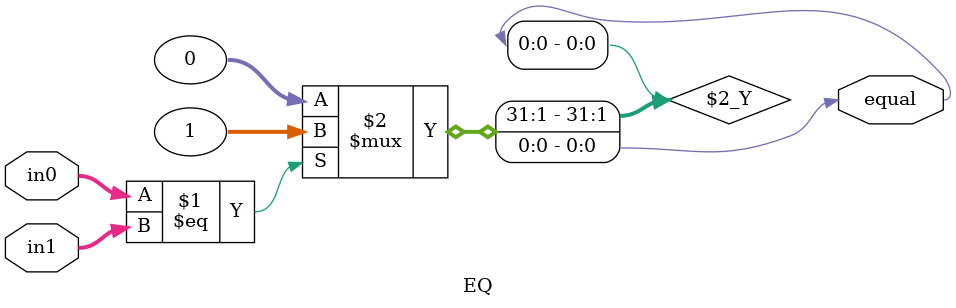
<source format=v>
`timescale 1ns / 1ps


//EQUALITY COMPARATOR
module EQ #(parameter WL=32)
(input[WL-1:0] in0, in1, output equal);

    assign equal = (in0 == in1)? 1:0;
endmodule

</source>
